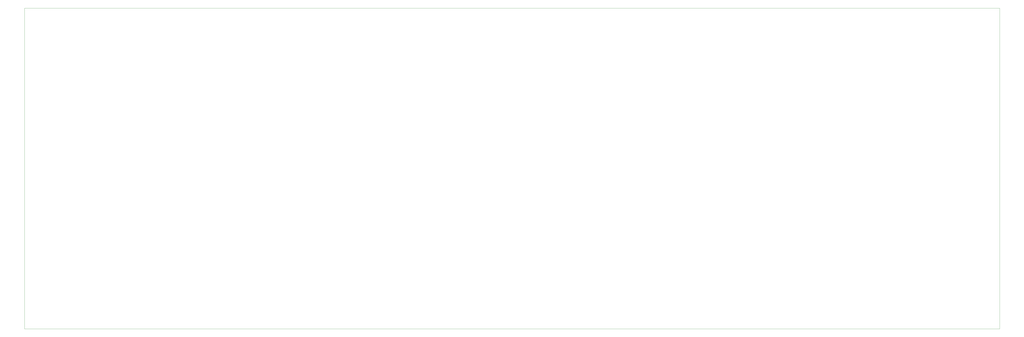
<source format=gbr>
%TF.GenerationSoftware,KiCad,Pcbnew,7.0.10*%
%TF.CreationDate,2024-04-02T12:04:45+02:00*%
%TF.ProjectId,k3yb.it,6b337962-2e69-4742-9e6b-696361645f70,v1.0b*%
%TF.SameCoordinates,Original*%
%TF.FileFunction,Profile,NP*%
%FSLAX46Y46*%
G04 Gerber Fmt 4.6, Leading zero omitted, Abs format (unit mm)*
G04 Created by KiCad (PCBNEW 7.0.10) date 2024-04-02 12:04:45*
%MOMM*%
%LPD*%
G01*
G04 APERTURE LIST*
%TA.AperFunction,Profile*%
%ADD10C,0.100000*%
%TD*%
G04 APERTURE END LIST*
D10*
X20644924Y-20658767D02*
X475276731Y-20658767D01*
X475276731Y-170476731D01*
X20644924Y-170476731D01*
X20644924Y-20658767D01*
M02*

</source>
